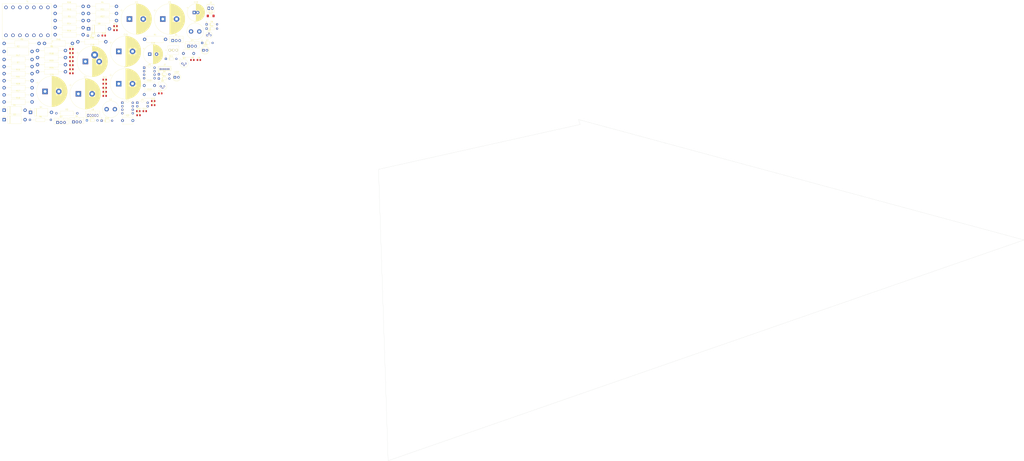
<source format=kicad_pcb>
(kicad_pcb (version 20171130) (host pcbnew "(5.1.8)-1")
  (layers (0 F.Cu signal) (31 B.Cu signal) (34 B.Paste user) (35 F.Paste user) (36 B.SilkS user) (37 F.SilkS user) (38 B.Mask user) (39 F.Mask user) (44 Edge.Cuts user))
  (net 0 "")
  (net 1 "Net-(C1-Pad2)")
  (net 2 "Net-(C1-Pad1)")
  (net 3 "Net-(C2-Pad1)")
  (net 4 "Net-(C2-Pad2)")
  (net 5 "Net-(C3-Pad1)")
  (net 6 Earth)
  (net 7 "Net-(C4-Pad1)")
  (net 8 48V)
  (net 9 TO_FB1)
  (net 10 "Net-(C8-Pad1)")
  (net 11 "Net-(C11-Pad2)")
  (net 12 "Net-(C12-Pad2)")
  (net 13 "Net-(C12-Pad1)")
  (net 14 "Net-(C13-Pad1)")
  (net 15 "Net-(C14-Pad2)")
  (net 16 "Net-(C15-Pad2)")
  (net 17 5V)
  (net 18 "Net-(C18-Pad1)")
  (net 19 OPTO_2)
  (net 20 "Net-(C20-Pad1)")
  (net 21 358IN)
  (net 22 "Net-(D2-Pad1)")
  (net 23 "Net-(D2-Pad2)")
  (net 24 "Net-(D3-Pad2)")
  (net 25 "Net-(D4-Pad1)")
  (net 26 "Net-(D5-Pad2)")
  (net 27 "Net-(D11-Pad2)")
  (net 28 "Net-(D6-Pad1)")
  (net 29 OPTO_POS+)
  (net 30 "Net-(D8-Pad1)")
  (net 31 /Qin)
  (net 32 "Net-(D9-Pad2)")
  (net 33 "Net-(D10-Pad2)")
  (net 34 "Net-(D11-Pad1)")
  (net 35 "Net-(D13-Pad1)")
  (net 36 "Net-(D13-Pad2)")
  (net 37 "Net-(J1-Pad3)")
  (net 38 "Net-(J3-Pad2)")
  (net 39 "Net-(LED1-Pad2)")
  (net 40 "Net-(LED2-Pad2)")
  (net 41 "Net-(Q3-Pad3)")
  (net 42 "Net-(Q4-Pad3)")
  (net 43 "Net-(Q5-Pad2)")
  (net 44 "Net-(R13-Pad2)")
  (net 45 "Net-(R13-Pad1)")
  (net 46 "Net-(R14-Pad1)")
  (net 47 "Net-(R14-Pad2)")
  (net 48 "Net-(R28-Pad2)")
  (net 49 "Net-(R28-Pad1)")
  (net 50 "Net-(R29-Pad1)")
  (net 51 "Net-(R29-Pad2)")
  (net 52 "Net-(R31-Pad2)")
  (net 53 /INPUTB)
  (net 54 "Net-(R37-Pad1)")
  (net 55 "Net-(R37-Pad2)")
  (net 56 "Net-(R38-Pad2)")
  (net 57 "Net-(R42-Pad1)")
  (module Capacitor_THT:C_Disc_D7.5mm_W5.0mm_P7.50mm (layer F.Cu) (at -118.364999 62.370001)
    (fp_text reference C1 (at 3.75 -3.75) (layer F.SilkS))
    (fp_text value C)
    (pad 2 thru_hole circle (at 7.5 0) (size 2 2) (drill 1) (layers *.Cu *.Mask) (net 1 "Net-(C1-Pad2)"))
    (pad 1 thru_hole circle (at 0 0) (size 2 2) (drill 1) (layers *.Cu *.Mask) (net 2 "Net-(C1-Pad1)"))
  )
  (module Capacitor_THT:C_Disc_D7.5mm_W5.0mm_P7.50mm (layer F.Cu) (at -162.634999 111.210001)
    (fp_text reference C2 (at 3.75 -3.75) (layer F.SilkS))
    (fp_text value C)
    (pad 1 thru_hole circle (at 0 0) (size 2 2) (drill 1) (layers *.Cu *.Mask) (net 3 "Net-(C2-Pad1)"))
    (pad 2 thru_hole circle (at 7.5 0) (size 2 2) (drill 1) (layers *.Cu *.Mask) (net 4 "Net-(C2-Pad2)"))
  )
  (module Capacitor_THT:CP_Radial_D22.0mm_P10.00mm_SnapIn (layer F.Cu) (at -157.580662 37.310001)
    (fp_text reference C3 (at 5 -12.25) (layer F.SilkS))
    (fp_text value CP)
    (pad 1 thru_hole rect (at 0 0) (size 4 4) (drill 2) (layers *.Cu *.Mask) (net 5 "Net-(C3-Pad1)"))
    (pad 2 thru_hole circle (at 10 0) (size 4 4) (drill 2) (layers *.Cu *.Mask) (net 6 Earth))
  )
  (module Capacitor_THT:CP_Radial_D22.0mm_P10.00mm_SnapIn (layer F.Cu) (at -194.730662 91.760001)
    (fp_text reference C4 (at 5 -12.25) (layer F.SilkS))
    (fp_text value CP)
    (pad 2 thru_hole circle (at 10 0) (size 4 4) (drill 2) (layers *.Cu *.Mask) (net 6 Earth))
    (pad 1 thru_hole rect (at 0 0) (size 4 4) (drill 2) (layers *.Cu *.Mask) (net 7 "Net-(C4-Pad1)"))
  )
  (module Capacitor_THT:CP_Radial_D22.0mm_P10.00mm_SnapIn (layer F.Cu) (at -133.350662 37.310001)
    (fp_text reference C5 (at 5 -12.25) (layer F.SilkS))
    (fp_text value CP)
    (pad 1 thru_hole rect (at 0 0) (size 4 4) (drill 2) (layers *.Cu *.Mask) (net 1 "Net-(C1-Pad2)"))
    (pad 2 thru_hole circle (at 10 0) (size 4 4) (drill 2) (layers *.Cu *.Mask) (net 6 Earth))
  )
  (module Capacitor_SMD:C_0805_2012Metric_Pad1.15x1.40mm_HandSolder (layer F.Cu) (at -111.854999 67.120001)
    (fp_text reference C6 (at 0 -1.65) (layer F.SilkS))
    (fp_text value C)
    (pad 1 smd roundrect (at -1.025 0) (size 1.15 1.4) (layers F.Cu F.Paste F.Mask) (roundrect_rratio 0.217391) (net 6 Earth))
    (pad 2 smd roundrect (at 1.025 0) (size 1.15 1.4) (layers F.Cu F.Paste F.Mask) (roundrect_rratio 0.217391) (net 8 48V))
  )
  (module Capacitor_THT:CP_Radial_D22.0mm_P10.00mm_SnapIn (layer F.Cu) (at -165.380662 84.410001)
    (fp_text reference C7 (at 5 -12.25) (layer F.SilkS))
    (fp_text value C)
    (pad 2 thru_hole circle (at 10 0) (size 4 4) (drill 2) (layers *.Cu *.Mask) (net 6 Earth))
    (pad 1 thru_hole rect (at 0 0) (size 4 4) (drill 2) (layers *.Cu *.Mask) (net 9 TO_FB1))
  )
  (module Capacitor_SMD:C_0805_2012Metric_Pad1.15x1.40mm_HandSolder (layer F.Cu) (at -140.334999 99.960001)
    (fp_text reference C8 (at 0 -1.65) (layer F.SilkS))
    (fp_text value CP)
    (pad 1 smd roundrect (at -1.025 0) (size 1.15 1.4) (layers F.Cu F.Paste F.Mask) (roundrect_rratio 0.217391) (net 10 "Net-(C8-Pad1)"))
    (pad 2 smd roundrect (at 1.025 0) (size 1.15 1.4) (layers F.Cu F.Paste F.Mask) (roundrect_rratio 0.217391) (net 6 Earth))
  )
  (module Capacitor_SMD:C_0805_2012Metric_Pad1.15x1.40mm_HandSolder (layer F.Cu) (at -107.104999 67.120001)
    (fp_text reference C9 (at 0 -1.65) (layer F.SilkS))
    (fp_text value CP)
    (pad 1 smd roundrect (at -1.025 0) (size 1.15 1.4) (layers F.Cu F.Paste F.Mask) (roundrect_rratio 0.217391) (net 9 TO_FB1))
    (pad 2 smd roundrect (at 1.025 0) (size 1.15 1.4) (layers F.Cu F.Paste F.Mask) (roundrect_rratio 0.217391) (net 6 Earth))
  )
  (module Capacitor_THT:C_Disc_D7.5mm_W5.0mm_P7.50mm (layer F.Cu) (at -146.834999 85.710001)
    (fp_text reference C10 (at 3.75 -3.75) (layer F.SilkS))
    (fp_text value C)
    (pad 1 thru_hole circle (at 0 0) (size 2 2) (drill 1) (layers *.Cu *.Mask) (net 6 Earth))
    (pad 2 thru_hole circle (at 7.5 0) (size 2 2) (drill 1) (layers *.Cu *.Mask) (net 6 Earth))
  )
  (module Capacitor_SMD:C_0805_2012Metric_Pad1.15x1.40mm_HandSolder (layer F.Cu) (at -175.584999 87.360001)
    (fp_text reference C11 (at 0 -1.65) (layer F.SilkS))
    (fp_text value C)
    (pad 1 smd roundrect (at -1.025 0) (size 1.15 1.4) (layers F.Cu F.Paste F.Mask) (roundrect_rratio 0.217391) (net 6 Earth))
    (pad 2 smd roundrect (at 1.025 0) (size 1.15 1.4) (layers F.Cu F.Paste F.Mask) (roundrect_rratio 0.217391) (net 11 "Net-(C11-Pad2)"))
  )
  (module Capacitor_SMD:C_0805_2012Metric_Pad1.15x1.40mm_HandSolder (layer F.Cu) (at -140.334999 97.010001)
    (fp_text reference C12 (at 0 -1.65) (layer F.SilkS))
    (fp_text value C)
    (pad 2 smd roundrect (at 1.025 0) (size 1.15 1.4) (layers F.Cu F.Paste F.Mask) (roundrect_rratio 0.217391) (net 12 "Net-(C12-Pad2)"))
    (pad 1 smd roundrect (at -1.025 0) (size 1.15 1.4) (layers F.Cu F.Paste F.Mask) (roundrect_rratio 0.217391) (net 13 "Net-(C12-Pad1)"))
  )
  (module Capacitor_THT:C_Disc_D7.5mm_W5.0mm_P7.50mm (layer F.Cu) (at -146.834999 92.260001)
    (fp_text reference C13 (at 3.75 -3.75) (layer F.SilkS))
    (fp_text value C)
    (pad 2 thru_hole circle (at 7.5 0) (size 2 2) (drill 1) (layers *.Cu *.Mask) (net 13 "Net-(C12-Pad1)"))
    (pad 1 thru_hole circle (at 0 0) (size 2 2) (drill 1) (layers *.Cu *.Mask) (net 14 "Net-(C13-Pad1)"))
  )
  (module Capacitor_SMD:C_0805_2012Metric_Pad1.15x1.40mm_HandSolder (layer F.Cu) (at -135.184999 91.420001)
    (fp_text reference C14 (at 0 -1.65) (layer F.SilkS))
    (fp_text value C)
    (pad 2 smd roundrect (at 1.025 0) (size 1.15 1.4) (layers F.Cu F.Paste F.Mask) (roundrect_rratio 0.217391) (net 15 "Net-(C14-Pad2)"))
    (pad 1 smd roundrect (at -1.025 0) (size 1.15 1.4) (layers F.Cu F.Paste F.Mask) (roundrect_rratio 0.217391) (net 6 Earth))
  )
  (module Capacitor_THT:CP_Radial_D22.0mm_P10.00mm_SnapIn (layer F.Cu) (at -165.340662 60.860001)
    (fp_text reference C15 (at 5 -12.25) (layer F.SilkS))
    (fp_text value C)
    (pad 2 thru_hole circle (at 10 0) (size 4 4) (drill 2) (layers *.Cu *.Mask) (net 16 "Net-(C15-Pad2)"))
    (pad 1 thru_hole rect (at 0 0) (size 4 4) (drill 2) (layers *.Cu *.Mask) (net 6 Earth))
  )
  (module Capacitor_THT:CP_Radial_D14.0mm_P5.00mm (layer F.Cu) (at -142.890456 62.910001)
    (fp_text reference C16 (at 2.5 -8.25) (layer F.SilkS))
    (fp_text value CP)
    (pad 1 thru_hole rect (at 0 0) (size 2.4 2.4) (drill 1.2) (layers *.Cu *.Mask) (net 17 5V))
    (pad 2 thru_hole circle (at 5 0) (size 2.4 2.4) (drill 1.2) (layers *.Cu *.Mask) (net 6 Earth))
  )
  (module Capacitor_SMD:C_0805_2012Metric_Pad1.15x1.40mm_HandSolder (layer F.Cu) (at -146.434999 104.360001)
    (fp_text reference C17 (at 0 -1.65) (layer F.SilkS))
    (fp_text value C)
    (pad 2 smd roundrect (at 1.025 0) (size 1.15 1.4) (layers F.Cu F.Paste F.Mask) (roundrect_rratio 0.217391) (net 6 Earth))
    (pad 1 smd roundrect (at -1.025 0) (size 1.15 1.4) (layers F.Cu F.Paste F.Mask) (roundrect_rratio 0.217391) (net 17 5V))
  )
  (module Capacitor_THT:CP_Radial_D22.0mm_P10.00mm_3pin_SnapIn (layer F.Cu) (at -189.610662 68.210001)
    (fp_text reference C18 (at 5 -12.25) (layer F.SilkS))
    (fp_text value CP)
    (pad 1 thru_hole rect (at 0 0) (size 4 4) (drill 2) (layers *.Cu *.Mask) (net 18 "Net-(C18-Pad1)"))
    (pad 2 thru_hole circle (at 10 0) (size 4 4) (drill 2) (layers *.Cu *.Mask) (net 6 Earth))
    (pad 2 thru_hole circle (at 6.7 -4.75) (size 5 5) (drill 2.5) (layers *.Cu *.Mask) (net 6 Earth))
  )
  (module Capacitor_THT:CP_Radial_D12.5mm_P2.50mm (layer F.Cu) (at -110.452917 32.560001)
    (fp_text reference C19 (at 1.25 -7.5) (layer F.SilkS))
    (fp_text value CP)
    (pad 1 thru_hole rect (at 0 0) (size 2.4 2.4) (drill 1.2) (layers *.Cu *.Mask) (net 19 OPTO_2))
    (pad 2 thru_hole circle (at 2.5 0) (size 2.4 2.4) (drill 1.2) (layers *.Cu *.Mask) (net 6 Earth))
  )
  (module Capacitor_THT:CP_Radial_D22.0mm_P10.00mm_SnapIn (layer F.Cu) (at -218.960662 90.010001)
    (fp_text reference C20 (at 5 -12.25) (layer F.SilkS))
    (fp_text value CP)
    (pad 1 thru_hole rect (at 0 0) (size 4 4) (drill 2) (layers *.Cu *.Mask) (net 20 "Net-(C20-Pad1)"))
    (pad 2 thru_hole circle (at 10 0) (size 4 4) (drill 2) (layers *.Cu *.Mask) (net 6 Earth))
  )
  (module Diode_THT:D_DO-27_P15.24mm_Horizontal (layer F.Cu) (at -248.714999 103.680001)
    (fp_text reference D1 (at 7.62 -3.785) (layer F.SilkS))
    (fp_text value 1N4007)
    (fp_text user K (at 0 -2.2) (layer F.SilkS))
    (pad 2 thru_hole oval (at 15.24 0) (size 2.4 2.4) (drill 1.2) (layers *.Cu *.Mask) (net 7 "Net-(C4-Pad1)"))
    (pad 1 thru_hole rect (at 0 0) (size 2.4 2.4) (drill 1.2) (layers *.Cu *.Mask) (net 21 358IN))
  )
  (module Diode_THT:D_DO-34_SOD68_P7.62mm_Horizontal (layer F.Cu) (at -101.504999 44.310001)
    (fp_text reference D2 (at 3.81 -1.92) (layer F.SilkS))
    (fp_text value 4148)
    (fp_text user K (at 0 -1.75) (layer F.SilkS))
    (pad 1 thru_hole rect (at 0 0) (size 1.5 1.5) (drill 0.75) (layers *.Cu *.Mask) (net 22 "Net-(D2-Pad1)"))
    (pad 2 thru_hole oval (at 7.62 0) (size 1.5 1.5) (drill 0.75) (layers *.Cu *.Mask) (net 23 "Net-(D2-Pad2)"))
  )
  (module Diode_THT:D_DO-27_P15.24mm_Horizontal (layer F.Cu) (at -248.714999 110.570001)
    (fp_text reference D3 (at 7.62 -3.785) (layer F.SilkS))
    (fp_text value 1N4007)
    (fp_text user K (at 0 -2.2) (layer F.SilkS))
    (pad 1 thru_hole rect (at 0 0) (size 2.4 2.4) (drill 1.2) (layers *.Cu *.Mask) (net 6 Earth))
    (pad 2 thru_hole oval (at 15.24 0) (size 2.4 2.4) (drill 1.2) (layers *.Cu *.Mask) (net 24 "Net-(D3-Pad2)"))
  )
  (module Diode_THT:D_DO-27_P15.24mm_Horizontal (layer F.Cu) (at -229.524999 105.230001)
    (fp_text reference D4 (at 7.62 -3.785) (layer F.SilkS))
    (fp_text value D)
    (fp_text user K (at 0 -2.2) (layer F.SilkS))
    (pad 2 thru_hole oval (at 15.24 0) (size 2.4 2.4) (drill 1.2) (layers *.Cu *.Mask) (net 2 "Net-(C1-Pad1)"))
    (pad 1 thru_hole rect (at 0 0) (size 2.4 2.4) (drill 1.2) (layers *.Cu *.Mask) (net 25 "Net-(D4-Pad1)"))
  )
  (module Diode_THT:D_DO-34_SOD68_P7.62mm_Horizontal (layer F.Cu) (at -136.194999 80.660001)
    (fp_text reference D5 (at 3.81 -1.92) (layer F.SilkS))
    (fp_text value 24V)
    (fp_text user K (at 0 -1.75) (layer F.SilkS))
    (pad 2 thru_hole oval (at 7.62 0) (size 1.5 1.5) (drill 0.75) (layers *.Cu *.Mask) (net 26 "Net-(D5-Pad2)"))
    (pad 1 thru_hole rect (at 0 0) (size 1.5 1.5) (drill 0.75) (layers *.Cu *.Mask) (net 27 "Net-(D11-Pad2)"))
  )
  (module Diode_THT:D_DO-34_SOD68_P7.62mm_Horizontal (layer F.Cu) (at -101.504999 41.160001)
    (fp_text reference D6 (at 3.81 -1.92) (layer F.SilkS))
    (fp_text value 4148)
    (fp_text user K (at 0 -1.75) (layer F.SilkS))
    (pad 2 thru_hole oval (at 7.62 0) (size 1.5 1.5) (drill 0.75) (layers *.Cu *.Mask) (net 18 "Net-(C18-Pad1)"))
    (pad 1 thru_hole rect (at 0 0) (size 1.5 1.5) (drill 0.75) (layers *.Cu *.Mask) (net 28 "Net-(D6-Pad1)"))
  )
  (module Diode_THT:D_DO-34_SOD68_P7.62mm_Horizontal (layer F.Cu) (at -104.754999 54.710001)
    (fp_text reference D7 (at 3.81 -1.92) (layer F.SilkS))
    (fp_text value 4148)
    (fp_text user K (at 0 -1.75) (layer F.SilkS))
    (pad 2 thru_hole oval (at 7.62 0) (size 1.5 1.5) (drill 0.75) (layers *.Cu *.Mask) (net 5 "Net-(C3-Pad1)"))
    (pad 1 thru_hole rect (at 0 0) (size 1.5 1.5) (drill 0.75) (layers *.Cu *.Mask) (net 29 OPTO_POS+))
  )
  (module Diode_THT:D_DO-27_P15.24mm_Horizontal (layer F.Cu) (at -187.334999 44.430001)
    (fp_text reference D8 (at 7.62 -3.785) (layer F.SilkS))
    (fp_text value DIODE)
    (fp_text user K (at 0 -2.2) (layer F.SilkS))
    (pad 1 thru_hole rect (at 0 0) (size 2.4 2.4) (drill 1.2) (layers *.Cu *.Mask) (net 30 "Net-(D8-Pad1)"))
    (pad 2 thru_hole oval (at 15.24 0) (size 2.4 2.4) (drill 1.2) (layers *.Cu *.Mask) (net 20 "Net-(C20-Pad1)"))
  )
  (module Diode_THT:D_DO-34_SOD68_P7.62mm_Horizontal (layer F.Cu) (at -136.194999 77.510001)
    (fp_text reference D9 (at 3.81 -1.92) (layer F.SilkS))
    (fp_text value 4148)
    (fp_text user K (at 0 -1.75) (layer F.SilkS))
    (pad 1 thru_hole rect (at 0 0) (size 1.5 1.5) (drill 0.75) (layers *.Cu *.Mask) (net 31 /Qin))
    (pad 2 thru_hole oval (at 7.62 0) (size 1.5 1.5) (drill 0.75) (layers *.Cu *.Mask) (net 32 "Net-(D9-Pad2)"))
  )
  (module Diode_THT:D_DO-34_SOD68_P7.62mm_Horizontal (layer F.Cu) (at -177.804999 111.310001)
    (fp_text reference D10 (at 3.81 -1.92) (layer F.SilkS))
    (fp_text value 4148)
    (fp_text user K (at 0 -1.75) (layer F.SilkS))
    (pad 1 thru_hole rect (at 0 0) (size 1.5 1.5) (drill 0.75) (layers *.Cu *.Mask) (net 31 /Qin))
    (pad 2 thru_hole oval (at 7.62 0) (size 1.5 1.5) (drill 0.75) (layers *.Cu *.Mask) (net 33 "Net-(D10-Pad2)"))
  )
  (module Diode_THT:D_DO-34_SOD68_P7.62mm_Horizontal (layer F.Cu) (at -188.484999 111.070001)
    (fp_text reference D11 (at 3.81 -1.92) (layer F.SilkS))
    (fp_text value 24V)
    (fp_text user K (at 0 -1.75) (layer F.SilkS))
    (pad 1 thru_hole rect (at 0 0) (size 1.5 1.5) (drill 0.75) (layers *.Cu *.Mask) (net 34 "Net-(D11-Pad1)"))
    (pad 2 thru_hole oval (at 7.62 0) (size 1.5 1.5) (drill 0.75) (layers *.Cu *.Mask) (net 27 "Net-(D11-Pad2)"))
  )
  (module Diode_THT:D_DO-34_SOD68_P7.62mm_Horizontal (layer F.Cu) (at -187.784999 49.450001)
    (fp_text reference D13 (at 3.81 -1.92) (layer F.SilkS))
    (fp_text value 4148)
    (fp_text user K (at 0 -1.75) (layer F.SilkS))
    (pad 1 thru_hole rect (at 0 0) (size 1.5 1.5) (drill 0.75) (layers *.Cu *.Mask) (net 35 "Net-(D13-Pad1)"))
    (pad 2 thru_hole oval (at 7.62 0) (size 1.5 1.5) (drill 0.75) (layers *.Cu *.Mask) (net 36 "Net-(D13-Pad2)"))
  )
  (module Diode_THT:D_DO-34_SOD68_P7.62mm_Horizontal (layer F.Cu) (at -131.094999 66.310001)
    (fp_text reference D14 (at 3.81 -1.92) (layer F.SilkS))
    (fp_text value 4148)
    (fp_text user K (at 0 -1.75) (layer F.SilkS))
    (pad 2 thru_hole oval (at 7.62 0) (size 1.5 1.5) (drill 0.75) (layers *.Cu *.Mask) (net 35 "Net-(D13-Pad1)"))
    (pad 1 thru_hole rect (at 0 0) (size 1.5 1.5) (drill 0.75) (layers *.Cu *.Mask) (net 31 /Qin))
  )
  (module 282834-3:2828343 (layer F.Cu) (at -128.269999 59.935001)
    (fp_text reference J1 (at 1.89 0) (layer F.SilkS) (effects (font (size 1.27 1.27) (thickness 0.254))))
    (fp_text value Screw_Terminal_01x03 hide)
    (pad 1 thru_hole circle (at 0 0 90) (size 1.8 1.8) (drill 1.2) (layers *.Cu *.Mask F.SilkS) (net 6 Earth))
    (pad 2 thru_hole circle (at 2.54 0 90) (size 1.8 1.8) (drill 1.2) (layers *.Cu *.Mask F.SilkS) (net 21 358IN))
    (pad 3 thru_hole circle (at 5.08 0 90) (size 1.8 1.8) (drill 1.2) (layers *.Cu *.Mask F.SilkS) (net 37 "Net-(J1-Pad3)"))
  )
  (module Connector_Molex:Molex_PicoBlade_53047-0610_1x06_P1.25mm_Vertical (layer F.Cu) (at -135.194999 73.760001)
    (fp_text reference J2 (at 3.12 -3.25) (layer F.SilkS))
    (fp_text value "FEMALE 06")
    (pad 1 thru_hole roundrect (at 0 0) (size 0.8 1.3) (drill 0.5) (layers *.Cu *.Mask) (net 6 Earth))
    (pad 2 thru_hole oval (at 1.25 0) (size 0.8 1.3) (drill 0.5) (layers *.Cu *.Mask) (net 17 5V))
    (pad 3 thru_hole oval (at 2.5 0) (size 0.8 1.3) (drill 0.5) (layers *.Cu *.Mask) (net 6 Earth))
    (pad 4 thru_hole oval (at 3.75 0) (size 0.8 1.3) (drill 0.5) (layers *.Cu *.Mask) (net 6 Earth))
    (pad 5 thru_hole oval (at 5 0) (size 0.8 1.3) (drill 0.5) (layers *.Cu *.Mask) (net 8 48V))
    (pad 6 thru_hole oval (at 6.25 0) (size 0.8 1.3) (drill 0.5) (layers *.Cu *.Mask) (net 8 48V))
  )
  (module Connector_Molex:Molex_KK-254_AE-6410-02A_1x02_P2.54mm_Vertical (layer F.Cu) (at -99.884999 29.480001)
    (fp_text reference J3 (at 1.27 -4.12) (layer F.SilkS))
    (fp_text value Conn_01x02)
    (pad 1 thru_hole roundrect (at 0 0) (size 1.74 2.19) (drill 1.19) (layers *.Cu *.Mask) (roundrect_rratio 0.143678) (net 6 Earth))
    (pad 2 thru_hole oval (at 2.54 0) (size 1.74 2.19) (drill 1.19) (layers *.Cu *.Mask) (net 38 "Net-(J3-Pad2)"))
  )
  (module Inductor_THT:L_Radial_D12.0mm_P6.00mm_MuRATA_1900R (layer F.Cu) (at -174.184999 102.960001)
    (fp_text reference L1 (at 3 -7.25) (layer F.SilkS))
    (fp_text value L)
    (pad 1 thru_hole circle (at 0 0) (size 3.2 3.2) (drill 1.6) (layers *.Cu *.Mask) (net 19 OPTO_2))
    (pad 2 thru_hole circle (at 6 0) (size 3.2 3.2) (drill 1.6) (layers *.Cu *.Mask) (net 8 48V))
  )
  (module Inductor_THT:L_Radial_D12.0mm_P6.00mm_MuRATA_1900R (layer F.Cu) (at -112.804999 46.360001)
    (fp_text reference L2 (at 3 -7.25) (layer F.SilkS))
    (fp_text value L)
    (pad 2 thru_hole circle (at 6 0) (size 3.2 3.2) (drill 1.6) (layers *.Cu *.Mask) (net 10 "Net-(C8-Pad1)"))
    (pad 1 thru_hole circle (at 0 0) (size 3.2 3.2) (drill 1.6) (layers *.Cu *.Mask) (net 24 "Net-(D3-Pad2)"))
  )
  (module LED_THT:LED_D5.0mm (layer F.Cu) (at -103.804999 60.060001)
    (fp_text reference LED1 (at 1.27 -3.96) (layer F.SilkS))
    (fp_text value GREEN)
    (pad 2 thru_hole circle (at 2.54 0) (size 1.8 1.8) (drill 0.9) (layers *.Cu *.Mask) (net 39 "Net-(LED1-Pad2)"))
    (pad 1 thru_hole rect (at 0 0) (size 1.8 1.8) (drill 0.9) (layers *.Cu *.Mask) (net 6 Earth))
  )
  (module LED_THT:LED_D5.0mm (layer F.Cu) (at -124.564999 79.710001)
    (fp_text reference LED2 (at 1.27 -3.96) (layer F.SilkS))
    (fp_text value GREEN)
    (pad 1 thru_hole rect (at 0 0) (size 1.8 1.8) (drill 0.9) (layers *.Cu *.Mask) (net 6 Earth))
    (pad 2 thru_hole circle (at 2.54 0) (size 1.8 1.8) (drill 0.9) (layers *.Cu *.Mask) (net 40 "Net-(LED2-Pad2)"))
  )
  (module Package_TO_SOT_THT:TO-220-3_Vertical (layer F.Cu) (at -126.144999 53.010001)
    (fp_text reference Q1 (at 2.54 -4.27) (layer F.SilkS))
    (fp_text value MBR20100CT)
    (pad 3 thru_hole oval (at 5.08 0) (size 1.905 2) (drill 1.1) (layers *.Cu *.Mask) (net 21 358IN))
    (pad 2 thru_hole oval (at 2.54 0) (size 1.905 2) (drill 1.1) (layers *.Cu *.Mask) (net 1 "Net-(C1-Pad2)"))
    (pad 1 thru_hole rect (at 0 0) (size 1.905 2) (drill 1.1) (layers *.Cu *.Mask) (net 21 358IN))
  )
  (module Package_TO_SOT_THT:TO-220-3_Vertical (layer F.Cu) (at -209.874999 112.600001)
    (fp_text reference Q2 (at 2.54 -4.27) (layer F.SilkS))
    (fp_text value MBR20100CT)
    (pad 3 thru_hole oval (at 5.08 0) (size 1.905 2) (drill 1.1) (layers *.Cu *.Mask) (net 4 "Net-(C2-Pad2)"))
    (pad 2 thru_hole oval (at 2.54 0) (size 1.905 2) (drill 1.1) (layers *.Cu *.Mask) (net 19 OPTO_2))
    (pad 1 thru_hole rect (at 0 0) (size 1.905 2) (drill 1.1) (layers *.Cu *.Mask) (net 4 "Net-(C2-Pad2)"))
  )
  (module Package_TO_SOT_THT:TO-18-3 (layer F.Cu) (at -119.165551 69.689449)
    (fp_text reference Q3 (at 1.27 -4.02) (layer F.SilkS))
    (fp_text value PN2222A)
    (pad 3 thru_hole oval (at 2.54 0) (size 1.2 1.2) (drill 0.7) (layers *.Cu *.Mask) (net 41 "Net-(Q3-Pad3)"))
    (pad 2 thru_hole oval (at 1.27 1.27) (size 1.2 1.2) (drill 0.7) (layers *.Cu *.Mask) (net 36 "Net-(D13-Pad2)"))
    (pad 1 thru_hole oval (at 0 0) (size 1.6 1.2) (drill 0.7) (layers *.Cu *.Mask) (net 6 Earth))
  )
  (module Package_TO_SOT_THT:TO-220-3_Vertical (layer F.Cu) (at -198.324999 112.210001)
    (fp_text reference Q4 (at 2.54 -4.27) (layer F.SilkS))
    (fp_text value IRF540N)
    (pad 1 thru_hole rect (at 0 0) (size 1.905 2) (drill 1.1) (layers *.Cu *.Mask) (net 22 "Net-(D2-Pad1)"))
    (pad 2 thru_hole oval (at 2.54 0) (size 1.905 2) (drill 1.1) (layers *.Cu *.Mask) (net 25 "Net-(D4-Pad1)"))
    (pad 3 thru_hole oval (at 5.08 0) (size 1.905 2) (drill 1.1) (layers *.Cu *.Mask) (net 42 "Net-(Q4-Pad3)"))
  )
  (module Package_TO_SOT_THT:TO-18-3 (layer F.Cu) (at -134.785551 86.279449)
    (fp_text reference Q5 (at 1.27 -4.02) (layer F.SilkS))
    (fp_text value PN2222A)
    (pad 1 thru_hole oval (at 0 0) (size 1.6 1.2) (drill 0.7) (layers *.Cu *.Mask) (net 6 Earth))
    (pad 2 thru_hole oval (at 1.27 1.27) (size 1.2 1.2) (drill 0.7) (layers *.Cu *.Mask) (net 43 "Net-(Q5-Pad2)"))
    (pad 3 thru_hole oval (at 2.54 0) (size 1.2 1.2) (drill 0.7) (layers *.Cu *.Mask) (net 29 OPTO_POS+))
  )
  (module Resistor_THT:R_Axial_DIN0414_L11.9mm_D4.5mm_P15.24mm_Horizontal (layer F.Cu) (at -146.594999 52.110001)
    (fp_text reference R1 (at 7.62 -3.37) (layer F.SilkS))
    (fp_text value 100E)
    (pad 1 thru_hole circle (at 0 0) (size 2.4 2.4) (drill 1.2) (layers *.Cu *.Mask) (net 6 Earth))
    (pad 2 thru_hole oval (at 15.24 0) (size 2.4 2.4) (drill 1.2) (layers *.Cu *.Mask) (net 5 "Net-(C3-Pad1)"))
  )
  (module Resistor_THT:R_Axial_DIN0516_L15.5mm_D5.0mm_P20.32mm_Horizontal (layer F.Cu) (at -248.714999 60.910001)
    (fp_text reference R2 (at 10.16 -3.62) (layer F.SilkS))
    (fp_text value 10E)
    (pad 1 thru_hole circle (at 0 0) (size 2.4 2.4) (drill 1.2) (layers *.Cu *.Mask) (net 19 OPTO_2))
    (pad 2 thru_hole oval (at 20.32 0) (size 2.4 2.4) (drill 1.2) (layers *.Cu *.Mask) (net 3 "Net-(C2-Pad1)"))
  )
  (module Resistor_THT:R_Axial_DIN0309_L9.0mm_D3.2mm_P15.24mm_Horizontal (layer F.Cu) (at -210.734999 105.910001)
    (fp_text reference R3 (at 7.62 -2.72) (layer F.SilkS))
    (fp_text value "4K7 1/2W")
    (pad 1 thru_hole circle (at 0 0) (size 1.6 1.6) (drill 0.8) (layers *.Cu *.Mask) (net 1 "Net-(C1-Pad2)"))
    (pad 2 thru_hole oval (at 15.24 0) (size 1.6 1.6) (drill 0.8) (layers *.Cu *.Mask) (net 9 TO_FB1))
  )
  (module Resistor_THT:R_Axial_DIN0411_L9.9mm_D3.6mm_P20.32mm_Horizontal (layer F.Cu) (at -187.334999 28.110001)
    (fp_text reference R4 (at 10.16 -2.92) (layer F.SilkS))
    (fp_text value E15)
    (pad 2 thru_hole oval (at 20.32 0) (size 2.4 2.4) (drill 1.2) (layers *.Cu *.Mask) (net 42 "Net-(Q4-Pad3)"))
    (pad 1 thru_hole circle (at 0 0) (size 2.4 2.4) (drill 1.2) (layers *.Cu *.Mask) (net 6 Earth))
  )
  (module Resistor_THT:R_Axial_DIN0411_L9.9mm_D3.6mm_P20.32mm_Horizontal (layer F.Cu) (at -211.604999 38.410001)
    (fp_text reference R5 (at 10.16 -2.92) (layer F.SilkS))
    (fp_text value 2E2)
    (pad 2 thru_hole oval (at 20.32 0) (size 2.4 2.4) (drill 1.2) (layers *.Cu *.Mask) (net 9 TO_FB1))
    (pad 1 thru_hole circle (at 0 0) (size 2.4 2.4) (drill 1.2) (layers *.Cu *.Mask) (net 18 "Net-(C18-Pad1)"))
  )
  (module Resistor_THT:R_Axial_DIN0207_L6.3mm_D2.5mm_P15.24mm_Horizontal (layer F.Cu) (at -229.924999 110.700001)
    (fp_text reference R6 (at 7.62 -2.37) (layer F.SilkS))
    (fp_text value 47K)
    (pad 1 thru_hole circle (at 0 0) (size 1.6 1.6) (drill 0.8) (layers *.Cu *.Mask) (net 1 "Net-(C1-Pad2)"))
    (pad 2 thru_hole oval (at 15.24 0) (size 1.6 1.6) (drill 0.8) (layers *.Cu *.Mask) (net 2 "Net-(C1-Pad1)"))
  )
  (module Resistor_THT:R_Axial_DIN0411_L9.9mm_D3.6mm_P20.32mm_Horizontal (layer F.Cu) (at -248.714999 71.910001)
    (fp_text reference R7 (at 10.16 -2.92) (layer F.SilkS))
    (fp_text value 100E)
    (pad 2 thru_hole oval (at 20.32 0) (size 2.4 2.4) (drill 1.2) (layers *.Cu *.Mask) (net 11 "Net-(C11-Pad2)"))
    (pad 1 thru_hole circle (at 0 0) (size 2.4 2.4) (drill 1.2) (layers *.Cu *.Mask) (net 29 OPTO_POS+))
  )
  (module Resistor_THT:R_Axial_DIN0411_L9.9mm_D3.6mm_P20.32mm_Horizontal (layer F.Cu) (at -224.444999 60.210001)
    (fp_text reference R8 (at 10.16 -2.92) (layer F.SilkS))
    (fp_text value 12K)
    (pad 2 thru_hole oval (at 20.32 0) (size 2.4 2.4) (drill 1.2) (layers *.Cu *.Mask) (net 8 48V))
    (pad 1 thru_hole circle (at 0 0) (size 2.4 2.4) (drill 1.2) (layers *.Cu *.Mask) (net 39 "Net-(LED1-Pad2)"))
  )
  (module Resistor_THT:R_Axial_DIN0411_L9.9mm_D3.6mm_P25.40mm_Horizontal (layer F.Cu) (at -248.714999 55.060001)
    (fp_text reference R9 (at 12.7 -2.92) (layer F.SilkS))
    (fp_text value 18K)
    (pad 1 thru_hole circle (at 0 0) (size 2.4 2.4) (drill 1.2) (layers *.Cu *.Mask) (net 44 "Net-(R13-Pad2)"))
    (pad 2 thru_hole oval (at 25.4 0) (size 2.4 2.4) (drill 1.2) (layers *.Cu *.Mask) (net 8 48V))
  )
  (module Resistor_SMD:R_0805_2012Metric_Pad1.15x1.40mm_HandSolder (layer F.Cu) (at -176.254999 49.350001)
    (fp_text reference R10 (at 0 -1.65) (layer F.SilkS))
    (fp_text value R)
    (pad 2 smd roundrect (at 1.025 0) (size 1.15 1.4) (layers F.Cu F.Paste F.Mask) (roundrect_rratio 0.217391) (net 22 "Net-(D2-Pad1)"))
    (pad 1 smd roundrect (at -1.025 0) (size 1.15 1.4) (layers F.Cu F.Paste F.Mask) (roundrect_rratio 0.217391) (net 23 "Net-(D2-Pad2)"))
  )
  (module Resistor_SMD:R_0805_2012Metric_Pad1.15x1.40mm_HandSolder (layer F.Cu) (at -167.744999 42.460001)
    (fp_text reference R11 (at 0 -1.65) (layer F.SilkS))
    (fp_text value 10K)
    (pad 1 smd roundrect (at -1.025 0) (size 1.15 1.4) (layers F.Cu F.Paste F.Mask) (roundrect_rratio 0.217391) (net 36 "Net-(D13-Pad2)"))
    (pad 2 smd roundrect (at 1.025 0) (size 1.15 1.4) (layers F.Cu F.Paste F.Mask) (roundrect_rratio 0.217391) (net 6 Earth))
  )
  (module Resistor_SMD:R_0805_2012Metric_Pad1.15x1.40mm_HandSolder (layer F.Cu) (at -167.744999 45.410001)
    (fp_text reference R12 (at 0 -1.65) (layer F.SilkS))
    (fp_text value 1k2)
    (pad 2 smd roundrect (at 1.025 0) (size 1.15 1.4) (layers F.Cu F.Paste F.Mask) (roundrect_rratio 0.217391) (net 40 "Net-(LED2-Pad2)"))
    (pad 1 smd roundrect (at -1.025 0) (size 1.15 1.4) (layers F.Cu F.Paste F.Mask) (roundrect_rratio 0.217391) (net 17 5V))
  )
  (module Resistor_SMD:R_0805_2012Metric_Pad1.15x1.40mm_HandSolder (layer F.Cu) (at -175.584999 81.460001)
    (fp_text reference R13 (at 0 -1.65) (layer F.SilkS))
    (fp_text value 10K)
    (pad 1 smd roundrect (at -1.025 0) (size 1.15 1.4) (layers F.Cu F.Paste F.Mask) (roundrect_rratio 0.217391) (net 45 "Net-(R13-Pad1)"))
    (pad 2 smd roundrect (at 1.025 0) (size 1.15 1.4) (layers F.Cu F.Paste F.Mask) (roundrect_rratio 0.217391) (net 44 "Net-(R13-Pad2)"))
  )
  (module Resistor_THT:R_Axial_DIN0411_L9.9mm_D3.6mm_P20.32mm_Horizontal (layer F.Cu) (at -211.604999 43.560001)
    (fp_text reference R14 (at 10.16 -2.92) (layer F.SilkS))
    (fp_text value 10K)
    (pad 1 thru_hole circle (at 0 0) (size 2.4 2.4) (drill 1.2) (layers *.Cu *.Mask) (net 46 "Net-(R14-Pad1)"))
    (pad 2 thru_hole oval (at 20.32 0) (size 2.4 2.4) (drill 1.2) (layers *.Cu *.Mask) (net 47 "Net-(R14-Pad2)"))
  )
  (module Resistor_THT:R_Axial_DIN0411_L9.9mm_D3.6mm_P20.32mm_Horizontal (layer F.Cu) (at -248.714999 77.060001)
    (fp_text reference R15 (at 10.16 -2.92) (layer F.SilkS))
    (fp_text value 10K)
    (pad 2 thru_hole oval (at 20.32 0) (size 2.4 2.4) (drill 1.2) (layers *.Cu *.Mask) (net 42 "Net-(Q4-Pad3)"))
    (pad 1 thru_hole circle (at 0 0) (size 2.4 2.4) (drill 1.2) (layers *.Cu *.Mask) (net 22 "Net-(D2-Pad1)"))
  )
  (module Resistor_THT:R_Axial_DIN0411_L9.9mm_D3.6mm_P20.32mm_Horizontal (layer F.Cu) (at -211.604999 48.710001)
    (fp_text reference R16 (at 10.16 -2.92) (layer F.SilkS))
    (fp_text value 2K2)
    (pad 1 thru_hole circle (at 0 0) (size 2.4 2.4) (drill 1.2) (layers *.Cu *.Mask) (net 26 "Net-(D5-Pad2)"))
    (pad 2 thru_hole oval (at 20.32 0) (size 2.4 2.4) (drill 1.2) (layers *.Cu *.Mask) (net 12 "Net-(C12-Pad2)"))
  )
  (module Resistor_THT:R_Axial_DIN0411_L9.9mm_D3.6mm_P20.32mm_Horizontal (layer F.Cu) (at -248.714999 92.510001)
    (fp_text reference R17 (at 10.16 -2.92) (layer F.SilkS))
    (fp_text value 1M)
    (pad 1 thru_hole circle (at 0 0) (size 2.4 2.4) (drill 1.2) (layers *.Cu *.Mask) (net 12 "Net-(C12-Pad2)"))
    (pad 2 thru_hole oval (at 20.32 0) (size 2.4 2.4) (drill 1.2) (layers *.Cu *.Mask) (net 13 "Net-(C12-Pad1)"))
  )
  (module Resistor_THT:R_Axial_DIN0411_L9.9mm_D3.6mm_P20.32mm_Horizontal (layer F.Cu) (at -224.444999 65.360001)
    (fp_text reference R18 (at 10.16 -2.92) (layer F.SilkS))
    (fp_text value 1K)
    (pad 1 thru_hole circle (at 0 0) (size 2.4 2.4) (drill 1.2) (layers *.Cu *.Mask) (net 16 "Net-(C15-Pad2)"))
    (pad 2 thru_hole oval (at 20.32 0) (size 2.4 2.4) (drill 1.2) (layers *.Cu *.Mask) (net 42 "Net-(Q4-Pad3)"))
  )
  (module Resistor_THT:R_Axial_DIN0411_L9.9mm_D3.6mm_P20.32mm_Horizontal (layer F.Cu) (at -248.714999 97.660001)
    (fp_text reference R19 (at 10.16 -2.92) (layer F.SilkS))
    (fp_text value 470E)
    (pad 2 thru_hole oval (at 20.32 0) (size 2.4 2.4) (drill 1.2) (layers *.Cu *.Mask) (net 34 "Net-(D11-Pad1)"))
    (pad 1 thru_hole circle (at 0 0) (size 2.4 2.4) (drill 1.2) (layers *.Cu *.Mask) (net 19 OPTO_2))
  )
  (module Resistor_THT:R_Axial_DIN0411_L9.9mm_D3.6mm_P20.32mm_Horizontal (layer F.Cu) (at -224.444999 70.510001)
    (fp_text reference R20 (at 10.16 -2.92) (layer F.SilkS))
    (fp_text value 100E)
    (pad 1 thru_hole circle (at 0 0) (size 2.4 2.4) (drill 1.2) (layers *.Cu *.Mask) (net 14 "Net-(C13-Pad1)"))
    (pad 2 thru_hole oval (at 20.32 0) (size 2.4 2.4) (drill 1.2) (layers *.Cu *.Mask) (net 12 "Net-(C12-Pad2)"))
  )
  (module Resistor_THT:R_Axial_DIN0411_L9.9mm_D3.6mm_P20.32mm_Horizontal (layer F.Cu) (at -187.334999 33.260001)
    (fp_text reference R21 (at 10.16 -2.92) (layer F.SilkS))
    (fp_text value R)
    (pad 1 thru_hole circle (at 0 0) (size 2.4 2.4) (drill 1.2) (layers *.Cu *.Mask) (net 6 Earth))
    (pad 2 thru_hole oval (at 20.32 0) (size 2.4 2.4) (drill 1.2) (layers *.Cu *.Mask) (net 13 "Net-(C12-Pad1)"))
  )
  (module Resistor_THT:R_Axial_DIN0411_L9.9mm_D3.6mm_P20.32mm_Horizontal (layer F.Cu) (at -224.444999 75.660001)
    (fp_text reference R25 (at 10.16 -2.92) (layer F.SilkS))
    (fp_text value 1K)
    (pad 2 thru_hole oval (at 20.32 0) (size 2.4 2.4) (drill 1.2) (layers *.Cu *.Mask) (net 45 "Net-(R13-Pad1)"))
    (pad 1 thru_hole circle (at 0 0) (size 2.4 2.4) (drill 1.2) (layers *.Cu *.Mask) (net 13 "Net-(C12-Pad1)"))
  )
  (module Resistor_THT:R_Axial_DIN0411_L9.9mm_D3.6mm_P20.32mm_Horizontal (layer F.Cu) (at -187.334999 38.410001)
    (fp_text reference R27 (at 10.16 -2.92) (layer F.SilkS))
    (fp_text value 100E)
    (pad 1 thru_hole circle (at 0 0) (size 2.4 2.4) (drill 1.2) (layers *.Cu *.Mask) (net 15 "Net-(C14-Pad2)"))
    (pad 2 thru_hole oval (at 20.32 0) (size 2.4 2.4) (drill 1.2) (layers *.Cu *.Mask) (net 47 "Net-(R14-Pad2)"))
  )
  (module Resistor_THT:R_Axial_DIN0411_L9.9mm_D3.6mm_P20.32mm_Horizontal (layer F.Cu) (at -195.094999 53.860001)
    (fp_text reference R28 (at 10.16 -2.92) (layer F.SilkS))
    (fp_text value 10K)
    (pad 2 thru_hole oval (at 20.32 0) (size 2.4 2.4) (drill 1.2) (layers *.Cu *.Mask) (net 48 "Net-(R28-Pad2)"))
    (pad 1 thru_hole circle (at 0 0) (size 2.4 2.4) (drill 1.2) (layers *.Cu *.Mask) (net 49 "Net-(R28-Pad1)"))
  )
  (module Resistor_THT:R_Axial_DIN0411_L9.9mm_D3.6mm_P20.32mm_Horizontal (layer F.Cu) (at -248.714999 87.360001)
    (fp_text reference R29 (at 10.16 -2.92) (layer F.SilkS))
    (fp_text value 10K)
    (pad 1 thru_hole circle (at 0 0) (size 2.4 2.4) (drill 1.2) (layers *.Cu *.Mask) (net 50 "Net-(R29-Pad1)"))
    (pad 2 thru_hole oval (at 20.32 0) (size 2.4 2.4) (drill 1.2) (layers *.Cu *.Mask) (net 51 "Net-(R29-Pad2)"))
  )
  (module Resistor_THT:R_Axial_DIN0411_L9.9mm_D3.6mm_P20.32mm_Horizontal (layer F.Cu) (at -211.604999 28.110001)
    (fp_text reference R30 (at 10.16 -2.92) (layer F.SilkS))
    (fp_text value 100E)
    (pad 1 thru_hole circle (at 0 0) (size 2.4 2.4) (drill 1.2) (layers *.Cu *.Mask) (net 49 "Net-(R28-Pad1)"))
    (pad 2 thru_hole oval (at 20.32 0) (size 2.4 2.4) (drill 1.2) (layers *.Cu *.Mask) (net 6 Earth))
  )
  (module Resistor_THT:R_Axial_DIN0411_L9.9mm_D3.6mm_P20.32mm_Horizontal (layer F.Cu) (at -248.714999 82.210001)
    (fp_text reference R31 (at 10.16 -2.92) (layer F.SilkS))
    (fp_text value 1K5)
    (pad 1 thru_hole circle (at 0 0) (size 2.4 2.4) (drill 1.2) (layers *.Cu *.Mask) (net 7 "Net-(C4-Pad1)"))
    (pad 2 thru_hole oval (at 20.32 0) (size 2.4 2.4) (drill 1.2) (layers *.Cu *.Mask) (net 52 "Net-(R31-Pad2)"))
  )
  (module Resistor_SMD:R_0805_2012Metric_Pad1.15x1.40mm_HandSolder (layer F.Cu) (at -150.984999 107.310001)
    (fp_text reference R32 (at 0 -1.65) (layer F.SilkS))
    (fp_text value 27K)
    (pad 2 smd roundrect (at 1.025 0) (size 1.15 1.4) (layers F.Cu F.Paste F.Mask) (roundrect_rratio 0.217391) (net 52 "Net-(R31-Pad2)"))
    (pad 1 smd roundrect (at -1.025 0) (size 1.15 1.4) (layers F.Cu F.Paste F.Mask) (roundrect_rratio 0.217391) (net 51 "Net-(R29-Pad2)"))
  )
  (module Resistor_SMD:R_0805_2012Metric_Pad1.15x1.40mm_HandSolder (layer F.Cu) (at -151.184999 104.360001)
    (fp_text reference R33 (at 0 -1.65) (layer F.SilkS))
    (fp_text value 15K)
    (pad 1 smd roundrect (at -1.025 0) (size 1.15 1.4) (layers F.Cu F.Paste F.Mask) (roundrect_rratio 0.217391) (net 6 Earth))
    (pad 2 smd roundrect (at 1.025 0) (size 1.15 1.4) (layers F.Cu F.Paste F.Mask) (roundrect_rratio 0.217391) (net 51 "Net-(R29-Pad2)"))
  )
  (module Resistor_SMD:R_0805_2012Metric_Pad1.15x1.40mm_HandSolder (layer F.Cu) (at -175.584999 93.260001)
    (fp_text reference R35 (at 0 -1.65) (layer F.SilkS))
    (fp_text value 15K)
    (pad 1 smd roundrect (at -1.025 0) (size 1.15 1.4) (layers F.Cu F.Paste F.Mask) (roundrect_rratio 0.217391) (net 10 "Net-(C8-Pad1)"))
    (pad 2 smd roundrect (at 1.025 0) (size 1.15 1.4) (layers F.Cu F.Paste F.Mask) (roundrect_rratio 0.217391) (net 49 "Net-(R28-Pad1)"))
  )
  (module Resistor_SMD:R_0805_2012Metric_Pad1.15x1.40mm_HandSolder (layer F.Cu) (at -175.584999 90.310001)
    (fp_text reference R36 (at 0 -1.65) (layer F.SilkS))
    (fp_text value 10K)
    (pad 2 smd roundrect (at 1.025 0) (size 1.15 1.4) (layers F.Cu F.Paste F.Mask) (roundrect_rratio 0.217391) (net 53 /INPUTB))
    (pad 1 smd roundrect (at -1.025 0) (size 1.15 1.4) (layers F.Cu F.Paste F.Mask) (roundrect_rratio 0.217391) (net 49 "Net-(R28-Pad1)"))
  )
  (module Resistor_SMD:R_0805_2012Metric_Pad1.15x1.40mm_HandSolder (layer F.Cu) (at -199.774999 73.860001)
    (fp_text reference R37 (at 0 -1.65) (layer F.SilkS))
    (fp_text value 10K)
    (pad 1 smd roundrect (at -1.025 0) (size 1.15 1.4) (layers F.Cu F.Paste F.Mask) (roundrect_rratio 0.217391) (net 54 "Net-(R37-Pad1)"))
    (pad 2 smd roundrect (at 1.025 0) (size 1.15 1.4) (layers F.Cu F.Paste F.Mask) (roundrect_rratio 0.217391) (net 55 "Net-(R37-Pad2)"))
  )
  (module Resistor_SMD:R_0805_2012Metric_Pad1.15x1.40mm_HandSolder (layer F.Cu) (at -175.584999 84.410001)
    (fp_text reference R38 (at 0 -1.65) (layer F.SilkS))
    (fp_text value 27K)
    (pad 2 smd roundrect (at 1.025 0) (size 1.15 1.4) (layers F.Cu F.Paste F.Mask) (roundrect_rratio 0.217391) (net 56 "Net-(R38-Pad2)"))
    (pad 1 smd roundrect (at -1.025 0) (size 1.15 1.4) (layers F.Cu F.Paste F.Mask) (roundrect_rratio 0.217391) (net 55 "Net-(R37-Pad2)"))
  )
  (module Resistor_SMD:R_0805_2012Metric_Pad1.15x1.40mm_HandSolder (layer F.Cu) (at -199.774999 62.060001)
    (fp_text reference R39 (at 0 -1.65) (layer F.SilkS))
    (fp_text value 15K)
    (pad 1 smd roundrect (at -1.025 0) (size 1.15 1.4) (layers F.Cu F.Paste F.Mask) (roundrect_rratio 0.217391) (net 6 Earth))
    (pad 2 smd roundrect (at 1.025 0) (size 1.15 1.4) (layers F.Cu F.Paste F.Mask) (roundrect_rratio 0.217391) (net 55 "Net-(R37-Pad2)"))
  )
  (module Resistor_SMD:R_0805_2012Metric_Pad1.15x1.40mm_HandSolder (layer F.Cu) (at -199.774999 65.010001)
    (fp_text reference R40 (at 0 -1.65) (layer F.SilkS))
    (fp_text value 10K)
    (pad 2 smd roundrect (at 1.025 0) (size 1.15 1.4) (layers F.Cu F.Paste F.Mask) (roundrect_rratio 0.217391) (net 6 Earth))
    (pad 1 smd roundrect (at -1.025 0) (size 1.15 1.4) (layers F.Cu F.Paste F.Mask) (roundrect_rratio 0.217391) (net 43 "Net-(Q5-Pad2)"))
  )
  (module Resistor_SMD:R_0805_2012Metric_Pad1.15x1.40mm_HandSolder (layer F.Cu) (at -199.774999 67.960001)
    (fp_text reference R41 (at 0 -1.65) (layer F.SilkS))
    (fp_text value 47K)
    (pad 1 smd roundrect (at -1.025 0) (size 1.15 1.4) (layers F.Cu F.Paste F.Mask) (roundrect_rratio 0.217391) (net 7 "Net-(C4-Pad1)"))
    (pad 2 smd roundrect (at 1.025 0) (size 1.15 1.4) (layers F.Cu F.Paste F.Mask) (roundrect_rratio 0.217391) (net 56 "Net-(R38-Pad2)"))
  )
  (module Resistor_SMD:R_1806_4516Metric_Pad1.57x1.80mm_HandSolder (layer F.Cu) (at -98.534999 35.060001)
    (fp_text reference R42 (at 0 -1.85) (layer F.SilkS))
    (fp_text value 12K)
    (pad 1 smd roundrect (at -2.0875 0) (size 1.575 1.8) (layers F.Cu F.Paste F.Mask) (roundrect_rratio 0.15873) (net 57 "Net-(R42-Pad1)"))
    (pad 2 smd roundrect (at 2.0875 0) (size 1.575 1.8) (layers F.Cu F.Paste F.Mask) (roundrect_rratio 0.15873) (net 10 "Net-(C8-Pad1)"))
  )
  (module Resistor_SMD:R_0805_2012Metric_Pad1.15x1.40mm_HandSolder (layer F.Cu) (at -199.774999 70.910001)
    (fp_text reference R44 (at 0 -1.65) (layer F.SilkS))
    (fp_text value 394K)
    (pad 2 smd roundrect (at 1.025 0) (size 1.15 1.4) (layers F.Cu F.Paste F.Mask) (roundrect_rratio 0.217391) (net 32 "Net-(D9-Pad2)"))
    (pad 1 smd roundrect (at -1.025 0) (size 1.15 1.4) (layers F.Cu F.Paste F.Mask) (roundrect_rratio 0.217391) (net 50 "Net-(R29-Pad1)"))
  )
  (module Resistor_THT:R_Axial_DIN0411_L9.9mm_D3.6mm_P20.32mm_Horizontal (layer F.Cu) (at -211.604999 33.260001)
    (fp_text reference R45 (at 10.16 -2.92) (layer F.SilkS))
    (fp_text value 270K)
    (pad 2 thru_hole oval (at 20.32 0) (size 2.4 2.4) (drill 1.2) (layers *.Cu *.Mask) (net 33 "Net-(D10-Pad2)"))
    (pad 1 thru_hole circle (at 0 0) (size 2.4 2.4) (drill 1.2) (layers *.Cu *.Mask) (net 53 /INPUTB))
  )
  (module Resistor_THT:R_Axial_DIN0411_L9.9mm_D3.6mm_P20.32mm_Horizontal (layer F.Cu) (at -219.364999 55.060001)
    (fp_text reference R46 (at 10.16 -2.92) (layer F.SilkS))
    (fp_text value 10K)
    (pad 2 thru_hole oval (at 20.32 0) (size 2.4 2.4) (drill 1.2) (layers *.Cu *.Mask) (net 43 "Net-(Q5-Pad2)"))
    (pad 1 thru_hole circle (at 0 0) (size 2.4 2.4) (drill 1.2) (layers *.Cu *.Mask) (net 57 "Net-(R42-Pad1)"))
  )
  (module Resistor_THT:R_Axial_DIN0411_L9.9mm_D3.6mm_P20.32mm_Horizontal (layer F.Cu) (at -248.714999 66.760001)
    (fp_text reference R47 (at 10.16 -2.92) (layer F.SilkS))
    (fp_text value 1K)
    (pad 1 thru_hole circle (at 0 0) (size 2.4 2.4) (drill 1.2) (layers *.Cu *.Mask) (net 41 "Net-(Q3-Pad3)"))
    (pad 2 thru_hole oval (at 20.32 0) (size 2.4 2.4) (drill 1.2) (layers *.Cu *.Mask) (net 57 "Net-(R42-Pad1)"))
  )
  (module Resistor_SMD:R_0805_2012Metric_Pad1.15x1.40mm_HandSolder (layer F.Cu) (at -199.774999 59.110001)
    (fp_text reference R48 (at 0 -1.65) (layer F.SilkS))
    (fp_text value 4K7)
    (pad 1 smd roundrect (at -1.025 0) (size 1.15 1.4) (layers F.Cu F.Paste F.Mask) (roundrect_rratio 0.217391) (net 31 /Qin))
    (pad 2 smd roundrect (at 1.025 0) (size 1.15 1.4) (layers F.Cu F.Paste F.Mask) (roundrect_rratio 0.217391) (net 6 Earth))
  )
  (module Resistor_SMD:R_0805_2012Metric_Pad1.15x1.40mm_HandSolder (layer F.Cu) (at -199.774999 76.810001)
    (fp_text reference R49 (at 0 -1.65) (layer F.SilkS))
    (fp_text value 4K7)
    (pad 2 smd roundrect (at 1.025 0) (size 1.15 1.4) (layers F.Cu F.Paste F.Mask) (roundrect_rratio 0.217391) (net 38 "Net-(J3-Pad2)"))
    (pad 1 smd roundrect (at -1.025 0) (size 1.15 1.4) (layers F.Cu F.Paste F.Mask) (roundrect_rratio 0.217391) (net 32 "Net-(D9-Pad2)"))
  )
  (module Transformer_THT:Transformer_EPCOS_B66359J1014T_Vertical (layer F.Cu) (at -216.894999 49.170001)
    (fp_text reference T1 (at -14.94 -24.56) (layer F.SilkS))
    (fp_text value SM_FB)
    (fp_text user 1 (at 3.46 4.44) (layer F.SilkS))
    (pad 13 thru_hole circle (at -30.48 0) (size 2.5 2.5) (drill 1.6) (layers *.Cu *.Mask))
    (pad 11 thru_hole circle (at -25.4 0) (size 2.5 2.5) (drill 1.6) (layers *.Cu *.Mask))
    (pad 9 thru_hole circle (at -20.32 0) (size 2.5 2.5) (drill 1.6) (layers *.Cu *.Mask))
    (pad 5 thru_hole circle (at -10.16 0) (size 2.5 2.5) (drill 1.6) (layers *.Cu *.Mask) (net 4 "Net-(C2-Pad2)"))
    (pad 3 thru_hole circle (at -5.08 0) (size 2.5 2.5) (drill 1.6) (layers *.Cu *.Mask) (net 25 "Net-(D4-Pad1)"))
    (pad 1 thru_hole circle (at 0 0) (size 2.5 2.5) (drill 1.6) (layers *.Cu *.Mask) (net 28 "Net-(D6-Pad1)"))
    (pad 14 thru_hole circle (at -30.48 -20.32) (size 2.5 2.5) (drill 1.6) (layers *.Cu *.Mask))
    (pad 12 thru_hole circle (at -25.4 -20.32) (size 2.5 2.5) (drill 1.6) (layers *.Cu *.Mask))
    (pad 10 thru_hole circle (at -20.32 -20.32) (size 2.5 2.5) (drill 1.6) (layers *.Cu *.Mask))
    (pad 8 thru_hole circle (at -15.24 -20.32) (size 2.5 2.5) (drill 1.6) (layers *.Cu *.Mask))
    (pad 6 thru_hole circle (at -10.16 -20.32) (size 2.5 2.5) (drill 1.6) (layers *.Cu *.Mask) (net 30 "Net-(D8-Pad1)"))
    (pad 4 thru_hole circle (at -5.08 -20.32) (size 2.5 2.5) (drill 1.6) (layers *.Cu *.Mask) (net 1 "Net-(C1-Pad2)"))
    (pad 2 thru_hole circle (at 0 -20.32) (size 2.5 2.5) (drill 1.6) (layers *.Cu *.Mask) (net 6 Earth))
    (pad 7 thru_hole circle (at -15.24 0) (size 2.5 2.5) (drill 1.6) (layers *.Cu *.Mask) (net 6 Earth))
  )
  (module Package_DIP:DIP-4_W7.62mm (layer F.Cu) (at -151.934999 98.260001)
    (fp_text reference U1 (at 3.81 -2.33) (layer F.SilkS))
    (fp_text value EL817)
    (pad 1 thru_hole rect (at 0 0) (size 1.6 1.6) (drill 0.8) (layers *.Cu *.Mask) (net 26 "Net-(D5-Pad2)"))
    (pad 3 thru_hole oval (at 7.62 2.54) (size 1.6 1.6) (drill 0.8) (layers *.Cu *.Mask) (net 6 Earth))
    (pad 2 thru_hole oval (at 0 2.54) (size 1.6 1.6) (drill 0.8) (layers *.Cu *.Mask) (net 12 "Net-(C12-Pad2)"))
    (pad 4 thru_hole oval (at 7.62 0) (size 1.6 1.6) (drill 0.8) (layers *.Cu *.Mask) (net 29 OPTO_POS+))
  )
  (module Package_DIP:DIP-8_W7.62mm (layer F.Cu) (at -162.784999 98.260001)
    (fp_text reference U2 (at 3.81 -2.33) (layer F.SilkS))
    (fp_text value UC3843_DIP8)
    (pad 1 thru_hole rect (at 0 0) (size 1.6 1.6) (drill 0.8) (layers *.Cu *.Mask) (net 29 OPTO_POS+))
    (pad 5 thru_hole oval (at 7.62 7.62) (size 1.6 1.6) (drill 0.8) (layers *.Cu *.Mask) (net 6 Earth))
    (pad 2 thru_hole oval (at 0 2.54) (size 1.6 1.6) (drill 0.8) (layers *.Cu *.Mask) (net 6 Earth))
    (pad 6 thru_hole oval (at 7.62 5.08) (size 1.6 1.6) (drill 0.8) (layers *.Cu *.Mask) (net 23 "Net-(D2-Pad2)"))
    (pad 3 thru_hole oval (at 0 5.08) (size 1.6 1.6) (drill 0.8) (layers *.Cu *.Mask) (net 16 "Net-(C15-Pad2)"))
    (pad 7 thru_hole oval (at 7.62 2.54) (size 1.6 1.6) (drill 0.8) (layers *.Cu *.Mask) (net 9 TO_FB1))
    (pad 4 thru_hole oval (at 0 7.62) (size 1.6 1.6) (drill 0.8) (layers *.Cu *.Mask) (net 15 "Net-(C14-Pad2)"))
    (pad 8 thru_hole oval (at 7.62 0) (size 1.6 1.6) (drill 0.8) (layers *.Cu *.Mask) (net 46 "Net-(R14-Pad1)"))
  )
  (module Package_TO_SOT_THT:TO-92 (layer F.Cu) (at -101.044999 49.140001)
    (fp_text reference U3 (at 1.27 -3.56) (layer F.SilkS))
    (fp_text value TL431D)
    (pad 2 thru_hole circle (at 1.27 -1.27 90) (size 1.3 1.3) (drill 0.75) (layers *.Cu *.Mask) (net 6 Earth))
    (pad 3 thru_hole circle (at 2.54 0 90) (size 1.3 1.3) (drill 0.75) (layers *.Cu *.Mask) (net 6 Earth))
    (pad 1 thru_hole rect (at 0 0 90) (size 1.3 1.3) (drill 0.75) (layers *.Cu *.Mask) (net 12 "Net-(C12-Pad2)"))
  )
  (module Package_TO_SOT_THT:TO-220-3_Vertical (layer F.Cu) (at -114.594999 57.060001)
    (fp_text reference U4 (at 2.54 -4.27) (layer F.SilkS))
    (fp_text value L7805)
    (pad 1 thru_hole rect (at 0 0) (size 1.905 2) (drill 1.1) (layers *.Cu *.Mask) (net 20 "Net-(C20-Pad1)"))
    (pad 2 thru_hole oval (at 2.54 0) (size 1.905 2) (drill 1.1) (layers *.Cu *.Mask) (net 6 Earth))
    (pad 3 thru_hole oval (at 5.08 0) (size 1.905 2) (drill 1.1) (layers *.Cu *.Mask) (net 17 5V))
  )
  (module Package_DIP:DIP-8_W7.62mm (layer F.Cu) (at -146.944999 72.760001)
    (fp_text reference U5 (at 3.81 -2.33) (layer F.SilkS))
    (fp_text value LM358N_NOPB)
    (pad 8 thru_hole oval (at 7.62 0) (size 1.6 1.6) (drill 0.8) (layers *.Cu *.Mask) (net 10 "Net-(C8-Pad1)"))
    (pad 4 thru_hole oval (at 0 7.62) (size 1.6 1.6) (drill 0.8) (layers *.Cu *.Mask) (net 6 Earth))
    (pad 7 thru_hole oval (at 7.62 2.54) (size 1.6 1.6) (drill 0.8) (layers *.Cu *.Mask) (net 33 "Net-(D10-Pad2)"))
    (pad 3 thru_hole oval (at 0 5.08) (size 1.6 1.6) (drill 0.8) (layers *.Cu *.Mask) (net 50 "Net-(R29-Pad1)"))
    (pad 6 thru_hole oval (at 7.62 5.08) (size 1.6 1.6) (drill 0.8) (layers *.Cu *.Mask) (net 54 "Net-(R37-Pad1)"))
    (pad 2 thru_hole oval (at 0 2.54) (size 1.6 1.6) (drill 0.8) (layers *.Cu *.Mask) (net 48 "Net-(R28-Pad2)"))
    (pad 5 thru_hole oval (at 7.62 7.62) (size 1.6 1.6) (drill 0.8) (layers *.Cu *.Mask) (net 53 /INPUTB))
    (pad 1 thru_hole rect (at 0 0) (size 1.6 1.6) (drill 0.8) (layers *.Cu *.Mask) (net 32 "Net-(D9-Pad2)"))
  )
  (module Package_TO_SOT_THT:TO-220-5_Vertical (layer F.Cu) (at -187.634999 107.460001)
    (fp_text reference U6 (at 3.4 -4.27) (layer F.SilkS))
    (fp_text value LM2575-12BU)
    (pad 1 thru_hole rect (at 0 0) (size 1.275 1.8) (drill 1.1) (layers *.Cu *.Mask) (net 7 "Net-(C4-Pad1)"))
    (pad 2 thru_hole oval (at 1.7 0) (size 1.275 1.8) (drill 1.1) (layers *.Cu *.Mask) (net 24 "Net-(D3-Pad2)"))
    (pad 3 thru_hole oval (at 3.4 0) (size 1.275 1.8) (drill 1.1) (layers *.Cu *.Mask) (net 6 Earth))
    (pad 4 thru_hole oval (at 5.1 0) (size 1.275 1.8) (drill 1.1) (layers *.Cu *.Mask) (net 10 "Net-(C8-Pad1)"))
    (pad 5 thru_hole oval (at 6.8 0) (size 1.275 1.8) (drill 1.1) (layers *.Cu *.Mask) (net 6 Earth))
  )
  (gr_line (start 168.91 110.49) (end 492.76 198.12) (layer Edge.Cuts) (width 0.1))
  (gr_line (start 170.09307 114.039211) (end 168.91 110.49) (layer Edge.Cuts) (width 0.1))
  (gr_line (start 23.495 146.685) (end 170.09307 114.039211) (layer Edge.Cuts) (width 0.1))
  (gr_line (start 30.48 358.775) (end 23.495 146.685) (layer Edge.Cuts) (width 0.1))
  (gr_line (start 492.76 198.12) (end 30.48 358.775) (layer Edge.Cuts) (width 0.1))
)
</source>
